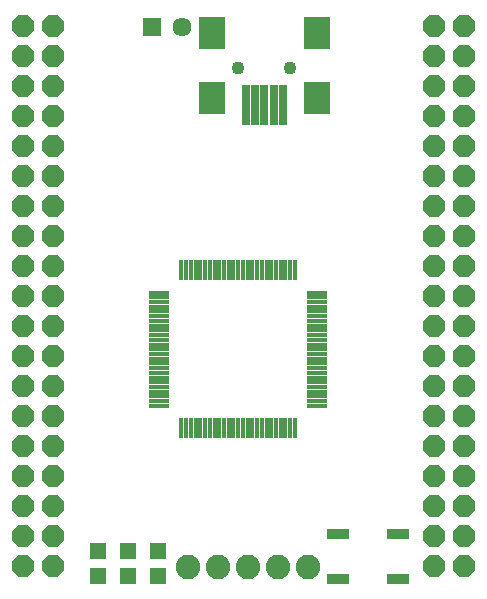
<source format=gbr>
G04 EAGLE Gerber RS-274X export*
G75*
%MOMM*%
%FSLAX34Y34*%
%LPD*%
%INSoldermask Top*%
%IPPOS*%
%AMOC8*
5,1,8,0,0,1.08239X$1,22.5*%
G01*
%ADD10R,0.433200X1.703200*%
%ADD11R,1.703200X0.433200*%
%ADD12R,2.203200X2.703200*%
%ADD13R,0.703200X3.503200*%
%ADD14C,1.103200*%
%ADD15C,2.082800*%
%ADD16R,1.612800X1.612800*%
%ADD17C,1.612800*%
%ADD18P,1.979475X8X292.500000*%
%ADD19R,1.403200X1.403200*%
%ADD20R,1.854200X0.965200*%


D10*
X167265Y135946D03*
X171265Y135946D03*
X175265Y135946D03*
X179265Y135946D03*
X183265Y135946D03*
X187265Y135946D03*
X191265Y135946D03*
X195265Y135946D03*
X199265Y135946D03*
X203265Y135946D03*
X207265Y135946D03*
X211265Y135946D03*
X215265Y135946D03*
X219265Y135946D03*
X223265Y135946D03*
X227265Y135946D03*
X231265Y135946D03*
X235265Y135946D03*
X239265Y135946D03*
X243265Y135946D03*
X247265Y135946D03*
X251265Y135946D03*
X255265Y135946D03*
X259265Y135946D03*
X263265Y135946D03*
D11*
X282265Y154946D03*
X282265Y158946D03*
X282265Y162946D03*
X282265Y166946D03*
X282265Y170946D03*
X282265Y174946D03*
X282265Y178946D03*
X282265Y182946D03*
X282265Y186946D03*
X282265Y190946D03*
X282265Y194946D03*
X282265Y198946D03*
X282265Y202946D03*
X282265Y206946D03*
X282265Y210946D03*
X282265Y214946D03*
X282265Y218946D03*
X282265Y222946D03*
X282265Y226946D03*
X282265Y230946D03*
X282265Y234946D03*
X282265Y238946D03*
X282265Y242946D03*
X282265Y246946D03*
X282265Y250946D03*
D10*
X263265Y269946D03*
X259265Y269946D03*
X255265Y269946D03*
X251265Y269946D03*
X247265Y269946D03*
X243265Y269946D03*
X239265Y269946D03*
X235265Y269946D03*
X231265Y269946D03*
X227265Y269946D03*
X223265Y269946D03*
X219265Y269946D03*
X215265Y269946D03*
X211265Y269946D03*
X207265Y269946D03*
X203265Y269946D03*
X199265Y269946D03*
X195265Y269946D03*
X191265Y269946D03*
X187265Y269946D03*
X183265Y269946D03*
X179265Y269946D03*
X175265Y269946D03*
X171265Y269946D03*
X167265Y269946D03*
D11*
X148265Y250946D03*
X148265Y246946D03*
X148265Y242946D03*
X148265Y238946D03*
X148265Y234946D03*
X148265Y230946D03*
X148265Y226946D03*
X148265Y222946D03*
X148265Y218946D03*
X148265Y214946D03*
X148265Y210946D03*
X148265Y206946D03*
X148265Y202946D03*
X148265Y198946D03*
X148265Y194946D03*
X148265Y190946D03*
X148265Y186946D03*
X148265Y182946D03*
X148265Y178946D03*
X148265Y174946D03*
X148265Y170946D03*
X148265Y166946D03*
X148265Y162946D03*
X148265Y158946D03*
X148265Y154946D03*
D12*
X192990Y416071D03*
X281990Y416071D03*
X192990Y471071D03*
X281990Y471071D03*
D13*
X237490Y410071D03*
X229490Y410071D03*
X245490Y410071D03*
X253490Y410071D03*
X221490Y410071D03*
D14*
X259490Y441071D03*
X215490Y441071D03*
D15*
X172911Y18796D03*
X198311Y18796D03*
X223711Y18796D03*
X249111Y18796D03*
X274511Y18796D03*
D16*
X142240Y475425D03*
D17*
X167640Y475425D03*
D18*
X381064Y476631D03*
X406464Y476631D03*
X381064Y451231D03*
X406464Y451231D03*
X381064Y425831D03*
X406464Y425831D03*
X381064Y400431D03*
X406464Y400431D03*
X381064Y375031D03*
X406464Y375031D03*
X381064Y349631D03*
X406464Y349631D03*
X381064Y324231D03*
X406464Y324231D03*
X381064Y298831D03*
X406464Y298831D03*
X381064Y273431D03*
X406464Y273431D03*
X381064Y248031D03*
X406464Y248031D03*
X381064Y222631D03*
X406464Y222631D03*
X381064Y197231D03*
X406464Y197231D03*
X381064Y171831D03*
X406464Y171831D03*
X381064Y146431D03*
X406464Y146431D03*
X381064Y121031D03*
X406464Y121031D03*
X381064Y95631D03*
X406464Y95631D03*
X381064Y70231D03*
X406464Y70231D03*
X381064Y44831D03*
X406464Y44831D03*
X381064Y19431D03*
X406464Y19431D03*
X33338Y476314D03*
X58738Y476314D03*
X33338Y450914D03*
X58738Y450914D03*
X33338Y425514D03*
X58738Y425514D03*
X33338Y400114D03*
X58738Y400114D03*
X33338Y374714D03*
X58738Y374714D03*
X33338Y349314D03*
X58738Y349314D03*
X33338Y323914D03*
X58738Y323914D03*
X33338Y298514D03*
X58738Y298514D03*
X33338Y273114D03*
X58738Y273114D03*
X33338Y247714D03*
X58738Y247714D03*
X33338Y222314D03*
X58738Y222314D03*
X33338Y196914D03*
X58738Y196914D03*
X33338Y171514D03*
X58738Y171514D03*
X33338Y146114D03*
X58738Y146114D03*
X33338Y120714D03*
X58738Y120714D03*
X33338Y95314D03*
X58738Y95314D03*
X33338Y69914D03*
X58738Y69914D03*
X33338Y44514D03*
X58738Y44514D03*
X33338Y19114D03*
X58738Y19114D03*
D19*
X96586Y11090D03*
X96586Y32090D03*
X121667Y10898D03*
X121667Y31898D03*
X147256Y10835D03*
X147256Y31835D03*
D20*
X299593Y46482D03*
X350393Y46482D03*
X299593Y8382D03*
X350393Y8382D03*
M02*

</source>
